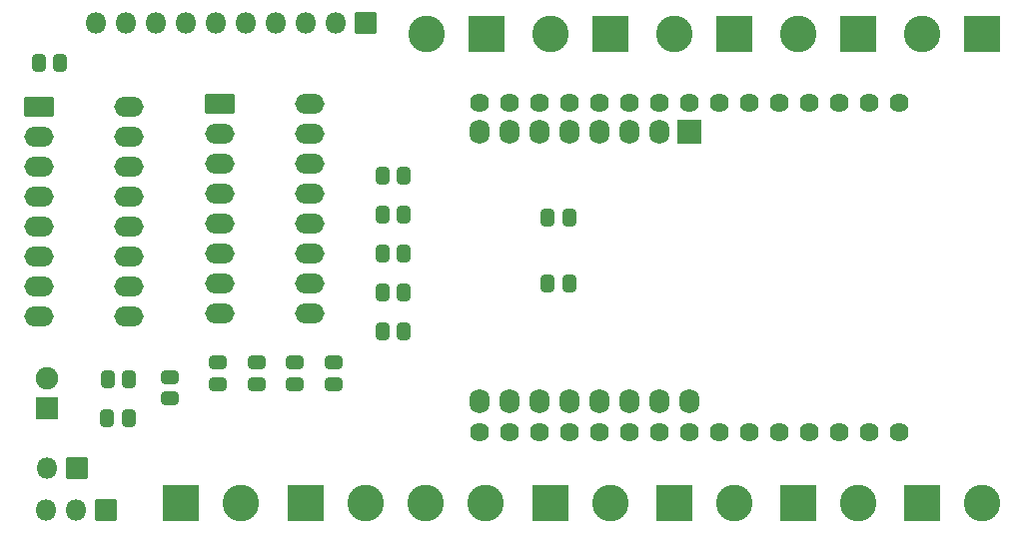
<source format=gts>
%TF.GenerationSoftware,KiCad,Pcbnew,(6.0.4)*%
%TF.CreationDate,2022-05-09T12:24:25+01:00*%
%TF.ProjectId,light_remote_controller,6c696768-745f-4726-956d-6f74655f636f,v0.1*%
%TF.SameCoordinates,Original*%
%TF.FileFunction,Soldermask,Top*%
%TF.FilePolarity,Negative*%
%FSLAX46Y46*%
G04 Gerber Fmt 4.6, Leading zero omitted, Abs format (unit mm)*
G04 Created by KiCad (PCBNEW (6.0.4)) date 2022-05-09 12:24:25*
%MOMM*%
%LPD*%
G01*
G04 APERTURE LIST*
G04 Aperture macros list*
%AMRoundRect*
0 Rectangle with rounded corners*
0 $1 Rounding radius*
0 $2 $3 $4 $5 $6 $7 $8 $9 X,Y pos of 4 corners*
0 Add a 4 corners polygon primitive as box body*
4,1,4,$2,$3,$4,$5,$6,$7,$8,$9,$2,$3,0*
0 Add four circle primitives for the rounded corners*
1,1,$1+$1,$2,$3*
1,1,$1+$1,$4,$5*
1,1,$1+$1,$6,$7*
1,1,$1+$1,$8,$9*
0 Add four rect primitives between the rounded corners*
20,1,$1+$1,$2,$3,$4,$5,0*
20,1,$1+$1,$4,$5,$6,$7,0*
20,1,$1+$1,$6,$7,$8,$9,0*
20,1,$1+$1,$8,$9,$2,$3,0*%
G04 Aperture macros list end*
%ADD10RoundRect,0.050000X-0.850000X0.850000X-0.850000X-0.850000X0.850000X-0.850000X0.850000X0.850000X0*%
%ADD11O,1.800000X1.800000*%
%ADD12RoundRect,0.300000X-0.450000X0.262500X-0.450000X-0.262500X0.450000X-0.262500X0.450000X0.262500X0*%
%ADD13RoundRect,0.050000X1.500000X1.500000X-1.500000X1.500000X-1.500000X-1.500000X1.500000X-1.500000X0*%
%ADD14C,3.100000*%
%ADD15RoundRect,0.300000X-0.262500X-0.450000X0.262500X-0.450000X0.262500X0.450000X-0.262500X0.450000X0*%
%ADD16RoundRect,0.050000X-1.500000X-1.500000X1.500000X-1.500000X1.500000X1.500000X-1.500000X1.500000X0*%
%ADD17RoundRect,0.300000X0.262500X0.450000X-0.262500X0.450000X-0.262500X-0.450000X0.262500X-0.450000X0*%
%ADD18RoundRect,0.050000X0.900000X-0.900000X0.900000X0.900000X-0.900000X0.900000X-0.900000X-0.900000X0*%
%ADD19C,1.900000*%
%ADD20RoundRect,0.050000X-1.200000X-0.800000X1.200000X-0.800000X1.200000X0.800000X-1.200000X0.800000X0*%
%ADD21O,2.500000X1.700000*%
%ADD22C,1.624000*%
%ADD23RoundRect,0.300000X0.450000X-0.262500X0.450000X0.262500X-0.450000X0.262500X-0.450000X-0.262500X0*%
%ADD24RoundRect,0.050000X-1.000000X1.000000X-1.000000X-1.000000X1.000000X-1.000000X1.000000X1.000000X0*%
%ADD25O,1.700000X2.100000*%
G04 APERTURE END LIST*
D10*
X182580000Y-84300000D03*
D11*
X180040000Y-84300000D03*
X177500000Y-84300000D03*
D12*
X201900000Y-71800000D03*
X201900000Y-73625000D03*
D13*
X256800000Y-43900000D03*
D14*
X251720000Y-43900000D03*
D15*
X205987500Y-62500000D03*
X207812500Y-62500000D03*
D16*
X188920000Y-83700000D03*
D14*
X194000000Y-83700000D03*
D17*
X221825000Y-65100000D03*
X220000000Y-65100000D03*
D15*
X205987500Y-59200000D03*
X207812500Y-59200000D03*
D18*
X177600000Y-75700000D03*
D19*
X177600000Y-73160000D03*
D13*
X214800000Y-43900000D03*
D14*
X209720000Y-43900000D03*
D17*
X184525000Y-73200000D03*
X182700000Y-73200000D03*
D20*
X176900000Y-50100000D03*
D21*
X176900000Y-52640000D03*
X176900000Y-55180000D03*
X176900000Y-57720000D03*
X176900000Y-60260000D03*
X176900000Y-62800000D03*
X176900000Y-65340000D03*
X176900000Y-67880000D03*
X184520000Y-67880000D03*
X184520000Y-65340000D03*
X184520000Y-62800000D03*
X184520000Y-60260000D03*
X184520000Y-57720000D03*
X184520000Y-55180000D03*
X184520000Y-52640000D03*
X184520000Y-50100000D03*
D16*
X241220000Y-83700000D03*
D14*
X246300000Y-83700000D03*
D12*
X192000000Y-71800000D03*
X192000000Y-73625000D03*
D22*
X249775000Y-49730000D03*
X247235000Y-49730000D03*
X244695000Y-49730000D03*
X242155000Y-49730000D03*
X239615000Y-49730000D03*
X237075000Y-49730000D03*
X234535000Y-49730000D03*
X231995000Y-49730000D03*
X229455000Y-49730000D03*
X226915000Y-49730000D03*
X224375000Y-49730000D03*
X221835000Y-49730000D03*
X219295000Y-49730000D03*
X216755000Y-49730000D03*
X214215000Y-49730000D03*
X214215000Y-77670000D03*
X216755000Y-77670000D03*
X219295000Y-77670000D03*
X221835000Y-77670000D03*
X224375000Y-77670000D03*
X226915000Y-77670000D03*
X229455000Y-77670000D03*
X231995000Y-77670000D03*
X234535000Y-77670000D03*
X237075000Y-77670000D03*
X239615000Y-77670000D03*
X242155000Y-77670000D03*
X244695000Y-77670000D03*
X247235000Y-77670000D03*
X249775000Y-77670000D03*
D23*
X188000000Y-74825000D03*
X188000000Y-73000000D03*
D15*
X205987500Y-65800000D03*
X207812500Y-65800000D03*
D13*
X225300000Y-43900000D03*
D14*
X220220000Y-43900000D03*
D17*
X221800000Y-59500000D03*
X219975000Y-59500000D03*
D16*
X220220000Y-83700000D03*
D14*
X225300000Y-83700000D03*
D13*
X235800000Y-43900000D03*
D14*
X230720000Y-43900000D03*
D10*
X180100000Y-80700000D03*
D11*
X177560000Y-80700000D03*
D10*
X204600000Y-43000000D03*
D11*
X202060000Y-43000000D03*
X199520000Y-43000000D03*
X196980000Y-43000000D03*
X194440000Y-43000000D03*
X191900000Y-43000000D03*
X189360000Y-43000000D03*
X186820000Y-43000000D03*
X184280000Y-43000000D03*
X181740000Y-43000000D03*
D24*
X232000000Y-52200000D03*
D25*
X229460000Y-52200000D03*
X226920000Y-52200000D03*
X224380000Y-52200000D03*
X221840000Y-52200000D03*
X219300000Y-52200000D03*
X216760000Y-52200000D03*
X214220000Y-52200000D03*
X214220000Y-75060000D03*
X216760000Y-75060000D03*
X219300000Y-75060000D03*
X221840000Y-75060000D03*
X224380000Y-75060000D03*
X226920000Y-75060000D03*
X229460000Y-75060000D03*
X232000000Y-75060000D03*
D16*
X251720000Y-83700000D03*
D14*
X256800000Y-83700000D03*
D16*
X230720000Y-83700000D03*
D14*
X235800000Y-83700000D03*
D15*
X206000000Y-69100000D03*
X207825000Y-69100000D03*
X176875000Y-46400000D03*
X178700000Y-46400000D03*
D12*
X195300000Y-71800000D03*
X195300000Y-73625000D03*
D13*
X246300000Y-43900000D03*
D14*
X241220000Y-43900000D03*
D12*
X198600000Y-71800000D03*
X198600000Y-73625000D03*
D20*
X192180000Y-49860000D03*
D21*
X192180000Y-52400000D03*
X192180000Y-54940000D03*
X192180000Y-57480000D03*
X192180000Y-60020000D03*
X192180000Y-62560000D03*
X192180000Y-65100000D03*
X192180000Y-67640000D03*
X199800000Y-67640000D03*
X199800000Y-65100000D03*
X199800000Y-62560000D03*
X199800000Y-60020000D03*
X199800000Y-57480000D03*
X199800000Y-54940000D03*
X199800000Y-52400000D03*
X199800000Y-49860000D03*
D15*
X205987500Y-55900000D03*
X207812500Y-55900000D03*
X182675000Y-76500000D03*
X184500000Y-76500000D03*
D16*
X199480000Y-83700000D03*
D14*
X204560000Y-83700000D03*
X209640000Y-83700000D03*
X214720000Y-83700000D03*
M02*

</source>
